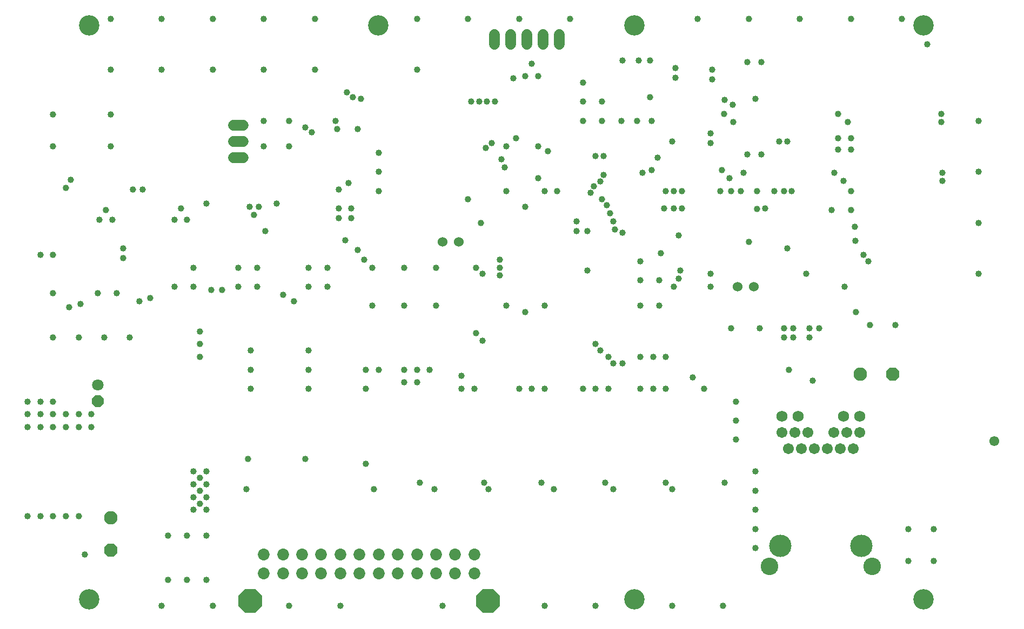
<source format=gbs>
G75*
%MOIN*%
%OFA0B0*%
%FSLAX25Y25*%
%IPPOS*%
%LPD*%
%AMOC8*
5,1,8,0,0,1.08239X$1,22.5*
%
%ADD10C,0.12611*%
%ADD11C,0.06800*%
%ADD12C,0.06000*%
%ADD13OC8,0.07100*%
%ADD14C,0.07100*%
%ADD15C,0.08300*%
%ADD16OC8,0.08300*%
%ADD17C,0.06737*%
%ADD18C,0.06883*%
%ADD19C,0.13792*%
%ADD20C,0.10839*%
%ADD21C,0.07296*%
%ADD22OC8,0.14643*%
%ADD23C,0.03975*%
%ADD24C,0.06115*%
D10*
X0055892Y0021285D03*
X0392112Y0021285D03*
X0570459Y0021285D03*
X0570459Y0375616D03*
X0392112Y0375616D03*
X0234238Y0375616D03*
X0055892Y0375616D03*
D11*
X0144821Y0313765D02*
X0150821Y0313765D01*
X0150821Y0303765D02*
X0144821Y0303765D01*
X0144821Y0293765D02*
X0150821Y0293765D01*
X0305774Y0363836D02*
X0305774Y0369836D01*
X0315774Y0369836D02*
X0315774Y0363836D01*
X0325774Y0363836D02*
X0325774Y0369836D01*
X0335774Y0369836D02*
X0335774Y0363836D01*
X0345774Y0363836D02*
X0345774Y0369836D01*
D12*
X0283727Y0241757D03*
X0273727Y0241757D03*
X0455813Y0214198D03*
X0465813Y0214198D03*
D13*
X0061246Y0143608D03*
D14*
X0061246Y0153608D03*
D15*
X0069081Y0071639D03*
X0531522Y0160104D03*
D16*
X0551522Y0160104D03*
X0069081Y0051639D03*
D17*
X0483215Y0124198D03*
X0491207Y0124198D03*
X0499199Y0124198D03*
X0503175Y0114198D03*
X0511167Y0114198D03*
X0519160Y0114198D03*
X0527152Y0114198D03*
X0523175Y0124198D03*
X0515183Y0124198D03*
X0531167Y0124198D03*
X0495183Y0114198D03*
X0487191Y0114198D03*
D18*
X0483215Y0134198D03*
X0493215Y0134198D03*
X0521167Y0134198D03*
X0531167Y0134198D03*
D19*
X0532152Y0054198D03*
X0482191Y0054198D03*
D20*
X0475439Y0041679D03*
X0538904Y0041679D03*
D21*
X0293490Y0037033D03*
X0281679Y0037033D03*
X0269868Y0037033D03*
X0258057Y0037033D03*
X0246246Y0037033D03*
X0234435Y0037033D03*
X0222624Y0037033D03*
X0210813Y0037033D03*
X0199002Y0037033D03*
X0187191Y0037033D03*
X0175380Y0037033D03*
X0163569Y0037033D03*
X0163569Y0048844D03*
X0175380Y0048844D03*
X0187191Y0048844D03*
X0199002Y0048844D03*
X0210813Y0048844D03*
X0222624Y0048844D03*
X0234435Y0048844D03*
X0246246Y0048844D03*
X0258057Y0048844D03*
X0269868Y0048844D03*
X0281679Y0048844D03*
X0293490Y0048844D03*
D22*
X0301994Y0020025D03*
X0155065Y0020025D03*
D23*
X0132073Y0017348D03*
X0128136Y0033096D03*
X0116325Y0033096D03*
X0104514Y0033096D03*
X0100577Y0017348D03*
X0053333Y0048844D03*
X0049396Y0072466D03*
X0041522Y0072466D03*
X0033648Y0072466D03*
X0025774Y0072466D03*
X0017900Y0072466D03*
X0017900Y0127584D03*
X0025774Y0127584D03*
X0033648Y0127584D03*
X0041522Y0127584D03*
X0049396Y0127584D03*
X0057270Y0127584D03*
X0057270Y0135458D03*
X0049396Y0135458D03*
X0041522Y0135458D03*
X0033648Y0135458D03*
X0025774Y0135458D03*
X0017900Y0135458D03*
X0017900Y0143332D03*
X0025774Y0143332D03*
X0033648Y0143332D03*
X0033648Y0182702D03*
X0049396Y0182702D03*
X0065144Y0182702D03*
X0080892Y0182702D03*
X0086797Y0205340D03*
X0093687Y0207309D03*
X0108451Y0214198D03*
X0120262Y0214198D03*
X0131089Y0212230D03*
X0137979Y0212230D03*
X0147821Y0214198D03*
X0159632Y0214198D03*
X0175380Y0209277D03*
X0182270Y0205340D03*
X0191128Y0214198D03*
X0202939Y0214198D03*
X0202939Y0226009D03*
X0191128Y0226009D03*
X0213766Y0242742D03*
X0221640Y0236836D03*
X0225577Y0230931D03*
X0230498Y0226009D03*
X0250183Y0226009D03*
X0269868Y0226009D03*
X0294475Y0226009D03*
X0298412Y0222072D03*
X0309238Y0221088D03*
X0309238Y0226009D03*
X0309238Y0230931D03*
X0297427Y0253569D03*
X0289553Y0268332D03*
X0313175Y0273254D03*
X0324986Y0263411D03*
X0336797Y0273254D03*
X0344671Y0273254D03*
X0332860Y0281128D03*
X0312191Y0288017D03*
X0310223Y0292939D03*
X0300380Y0299828D03*
X0304317Y0302781D03*
X0313175Y0300813D03*
X0319081Y0305734D03*
X0332860Y0300813D03*
X0338766Y0297860D03*
X0360419Y0316561D03*
X0360419Y0328372D03*
X0372230Y0328372D03*
X0372230Y0316561D03*
X0384041Y0316561D03*
X0393884Y0316561D03*
X0402742Y0316561D03*
X0401758Y0331324D03*
X0417506Y0343135D03*
X0417506Y0349041D03*
X0401758Y0353962D03*
X0394868Y0353962D03*
X0385026Y0353962D03*
X0360419Y0340183D03*
X0332860Y0344120D03*
X0324986Y0344120D03*
X0317506Y0342742D03*
X0328923Y0351994D03*
X0306286Y0328372D03*
X0301364Y0328372D03*
X0296443Y0328372D03*
X0291522Y0328372D03*
X0258057Y0348057D03*
X0223608Y0330340D03*
X0218687Y0331324D03*
X0214750Y0334277D03*
X0195065Y0348057D03*
X0163569Y0348057D03*
X0132073Y0348057D03*
X0100577Y0348057D03*
X0069081Y0348057D03*
X0069081Y0320498D03*
X0069081Y0300813D03*
X0044475Y0280143D03*
X0041522Y0275222D03*
X0066128Y0261443D03*
X0062191Y0255537D03*
X0070065Y0255537D03*
X0076955Y0237820D03*
X0076955Y0231915D03*
X0073018Y0210261D03*
X0061207Y0210261D03*
X0050380Y0203372D03*
X0043490Y0201403D03*
X0033648Y0210261D03*
X0033648Y0233883D03*
X0025774Y0233883D03*
X0082860Y0274238D03*
X0088766Y0274238D03*
X0112388Y0262427D03*
X0116325Y0255537D03*
X0108451Y0255537D03*
X0128136Y0265380D03*
X0154711Y0263411D03*
X0157664Y0258490D03*
X0160616Y0263411D03*
X0171443Y0265380D03*
X0164553Y0248647D03*
X0159632Y0226009D03*
X0147821Y0226009D03*
X0120262Y0226009D03*
X0124199Y0186639D03*
X0124199Y0178765D03*
X0124199Y0170891D03*
X0155695Y0174828D03*
X0155695Y0163017D03*
X0155695Y0151206D03*
X0191128Y0151206D03*
X0191128Y0163017D03*
X0191128Y0174828D03*
X0226561Y0163017D03*
X0234435Y0163017D03*
X0226561Y0151206D03*
X0250183Y0155143D03*
X0258057Y0155143D03*
X0258057Y0163017D03*
X0250183Y0163017D03*
X0265931Y0163017D03*
X0285616Y0159080D03*
X0285616Y0151206D03*
X0293490Y0151206D03*
X0321049Y0151206D03*
X0328923Y0151206D03*
X0336797Y0151206D03*
X0360419Y0151206D03*
X0368293Y0151206D03*
X0376167Y0151206D03*
X0379120Y0166954D03*
X0376167Y0170891D03*
X0371246Y0174828D03*
X0368293Y0178765D03*
X0385026Y0166954D03*
X0395853Y0170891D03*
X0403727Y0170891D03*
X0411601Y0170891D03*
X0428333Y0158096D03*
X0435223Y0151206D03*
X0454908Y0143332D03*
X0454908Y0131521D03*
X0454908Y0119710D03*
X0466719Y0100025D03*
X0466719Y0088214D03*
X0466719Y0076403D03*
X0466719Y0064592D03*
X0466719Y0052781D03*
X0447034Y0017348D03*
X0415538Y0017348D03*
X0368293Y0017348D03*
X0336797Y0017348D03*
X0273805Y0017348D03*
X0210813Y0017348D03*
X0179317Y0017348D03*
X0128136Y0060655D03*
X0116325Y0060655D03*
X0104514Y0060655D03*
X0120262Y0076403D03*
X0124199Y0080340D03*
X0128136Y0076403D03*
X0128136Y0084277D03*
X0124199Y0088214D03*
X0120262Y0084277D03*
X0120262Y0092151D03*
X0124199Y0096088D03*
X0128136Y0092151D03*
X0128136Y0100025D03*
X0120262Y0100025D03*
X0152742Y0089198D03*
X0153727Y0107899D03*
X0189160Y0107899D03*
X0226561Y0104946D03*
X0231482Y0089198D03*
X0260026Y0093135D03*
X0268884Y0089198D03*
X0299396Y0093135D03*
X0302349Y0089198D03*
X0334829Y0093135D03*
X0342703Y0089198D03*
X0374199Y0093135D03*
X0379120Y0089198D03*
X0411601Y0093135D03*
X0415538Y0089198D03*
X0448018Y0093135D03*
X0411601Y0151206D03*
X0403727Y0151206D03*
X0395853Y0151206D03*
X0451955Y0188608D03*
X0469671Y0188608D03*
X0484435Y0188608D03*
X0484435Y0182702D03*
X0490341Y0182702D03*
X0490341Y0188608D03*
X0500183Y0188608D03*
X0500183Y0182702D03*
X0506089Y0188608D03*
X0528727Y0198450D03*
X0537585Y0190576D03*
X0553333Y0190576D03*
X0521837Y0214198D03*
X0536601Y0229946D03*
X0533648Y0233883D03*
X0528530Y0242545D03*
X0528333Y0251206D03*
X0525774Y0261443D03*
X0513963Y0261443D03*
X0525774Y0273254D03*
X0521227Y0279533D03*
X0515479Y0284533D03*
X0517900Y0298844D03*
X0525774Y0298844D03*
X0525774Y0305734D03*
X0517900Y0305734D03*
X0523805Y0315950D03*
X0517900Y0320950D03*
X0486404Y0303765D03*
X0481482Y0303765D03*
X0470656Y0295891D03*
X0461797Y0295891D03*
X0459376Y0284533D03*
X0450971Y0281128D03*
X0446049Y0286049D03*
X0445065Y0273254D03*
X0451955Y0273254D03*
X0457860Y0273254D03*
X0467782Y0273175D03*
X0478530Y0273254D03*
X0484435Y0273254D03*
X0489356Y0273254D03*
X0472782Y0262584D03*
X0467782Y0262348D03*
X0462782Y0241757D03*
X0486404Y0237820D03*
X0498215Y0222072D03*
X0439160Y0222072D03*
X0439160Y0214198D03*
X0419475Y0219120D03*
X0420459Y0224041D03*
X0416522Y0214198D03*
X0407664Y0218135D03*
X0395853Y0218135D03*
X0395853Y0229946D03*
X0408648Y0234868D03*
X0419475Y0245694D03*
X0421443Y0262427D03*
X0416522Y0262427D03*
X0410616Y0262427D03*
X0411601Y0273254D03*
X0416522Y0273254D03*
X0421443Y0273254D03*
X0402742Y0286049D03*
X0397329Y0284572D03*
X0406679Y0293923D03*
X0415538Y0303765D03*
X0439160Y0302781D03*
X0439160Y0308687D03*
X0453313Y0315950D03*
X0447565Y0320950D03*
X0452939Y0326403D03*
X0448018Y0329356D03*
X0440144Y0342151D03*
X0440144Y0348057D03*
X0461797Y0352978D03*
X0470656Y0352978D03*
X0466719Y0330340D03*
X0462782Y0379553D03*
X0494278Y0379553D03*
X0525774Y0379553D03*
X0557270Y0379553D03*
X0573018Y0363805D03*
X0581423Y0320950D03*
X0581502Y0315950D03*
X0604514Y0316561D03*
X0604514Y0285065D03*
X0582329Y0284533D03*
X0582250Y0279533D03*
X0604514Y0253569D03*
X0604514Y0222072D03*
X0502152Y0156128D03*
X0487388Y0163017D03*
X0407664Y0202387D03*
X0395853Y0202387D03*
X0363372Y0224041D03*
X0336797Y0202387D03*
X0324986Y0198450D03*
X0313175Y0202387D03*
X0294475Y0185655D03*
X0298412Y0180734D03*
X0269868Y0202387D03*
X0250183Y0202387D03*
X0230498Y0202387D03*
X0217703Y0256521D03*
X0217703Y0262427D03*
X0209829Y0262427D03*
X0209829Y0256521D03*
X0209829Y0274238D03*
X0215734Y0278175D03*
X0234435Y0273254D03*
X0234435Y0285065D03*
X0234435Y0296876D03*
X0221640Y0311639D03*
X0208845Y0311639D03*
X0207860Y0316561D03*
X0193097Y0309671D03*
X0189160Y0312624D03*
X0179317Y0316561D03*
X0163569Y0316561D03*
X0163569Y0300813D03*
X0179317Y0300813D03*
X0163569Y0379553D03*
X0132073Y0379553D03*
X0100577Y0379553D03*
X0069081Y0379553D03*
X0033648Y0320498D03*
X0033648Y0300813D03*
X0195065Y0379553D03*
X0258057Y0379553D03*
X0289553Y0379553D03*
X0321049Y0379553D03*
X0352545Y0379553D03*
X0431286Y0379553D03*
X0373215Y0294907D03*
X0368293Y0294907D03*
X0373215Y0283096D03*
X0371246Y0279159D03*
X0367309Y0276206D03*
X0365341Y0272269D03*
X0372230Y0268332D03*
X0375183Y0264395D03*
X0377152Y0259474D03*
X0379120Y0254553D03*
X0380104Y0249631D03*
X0385026Y0247663D03*
X0363372Y0248647D03*
X0356482Y0248647D03*
X0356482Y0254553D03*
X0561207Y0064592D03*
X0576955Y0064592D03*
X0576955Y0044907D03*
X0561207Y0044907D03*
D24*
X0614356Y0118726D03*
M02*

</source>
